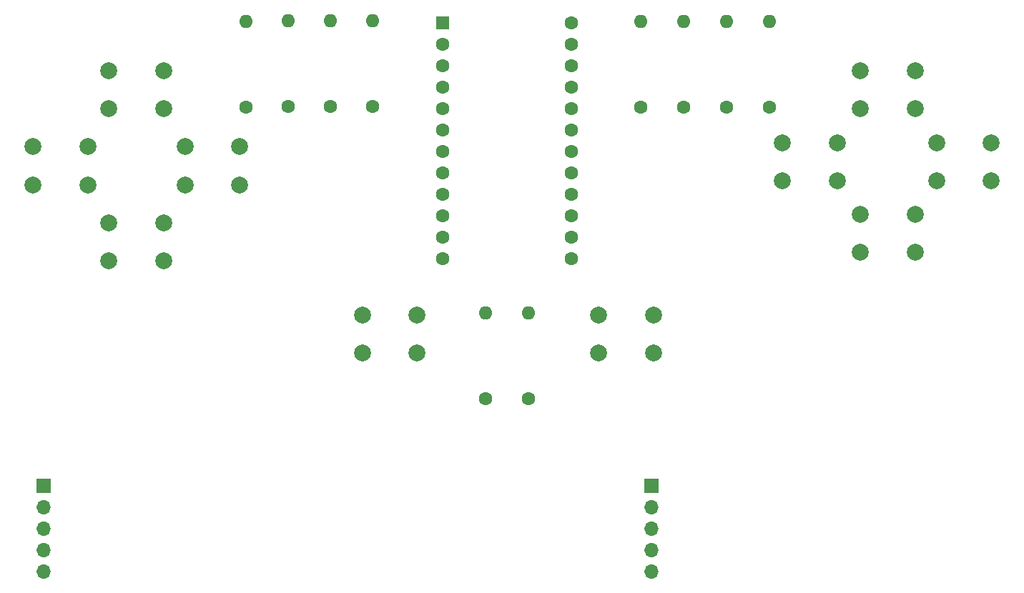
<source format=gbr>
%TF.GenerationSoftware,KiCad,Pcbnew,(7.0.0)*%
%TF.CreationDate,2023-03-22T23:13:35-04:00*%
%TF.ProjectId,controller,636f6e74-726f-46c6-9c65-722e6b696361,rev?*%
%TF.SameCoordinates,Original*%
%TF.FileFunction,Soldermask,Bot*%
%TF.FilePolarity,Negative*%
%FSLAX46Y46*%
G04 Gerber Fmt 4.6, Leading zero omitted, Abs format (unit mm)*
G04 Created by KiCad (PCBNEW (7.0.0)) date 2023-03-22 23:13:35*
%MOMM*%
%LPD*%
G01*
G04 APERTURE LIST*
%ADD10O,1.600000X1.600000*%
%ADD11C,1.600000*%
%ADD12C,2.000000*%
%ADD13R,1.700000X1.700000*%
%ADD14O,1.700000X1.700000*%
%ADD15R,1.600000X1.600000*%
G04 APERTURE END LIST*
D10*
%TO.C,R3*%
X118999999Y-23919999D03*
D11*
X119000000Y-34080000D03*
%TD*%
D10*
%TO.C,R8*%
X170839999Y-23919999D03*
D11*
X170840000Y-34080000D03*
%TD*%
D12*
%TO.C,PAUSE_BUTTON1*%
X160750000Y-58710000D03*
X160750000Y-63210000D03*
X167250000Y-58710000D03*
X167250000Y-63210000D03*
%TD*%
%TO.C,D_PAD_UP1*%
X102750000Y-29750000D03*
X102750000Y-34250000D03*
X109250000Y-29750000D03*
X109250000Y-34250000D03*
%TD*%
D13*
%TO.C,JOYSTICK2*%
X167024999Y-78949999D03*
D14*
X167024999Y-81489999D03*
X167024999Y-84029999D03*
X167024999Y-86569999D03*
X167024999Y-89109999D03*
%TD*%
D15*
%TO.C,U1*%
X142239999Y-24029999D03*
D11*
X142240000Y-26570000D03*
X142240000Y-29110000D03*
X142240000Y-31650000D03*
X142240000Y-34190000D03*
X142240000Y-36730000D03*
X142240000Y-39270000D03*
X142240000Y-41810000D03*
X142240000Y-44350000D03*
X142240000Y-46890000D03*
X142240000Y-49430000D03*
X142240000Y-51970000D03*
X157480000Y-51970000D03*
X157480000Y-49430000D03*
X157480000Y-46890000D03*
X157480000Y-44350000D03*
X157480000Y-41810000D03*
X157480000Y-39270000D03*
X157480000Y-36730000D03*
X157480000Y-34190000D03*
X157480000Y-31650000D03*
X157480000Y-29110000D03*
X157480000Y-26570000D03*
X157480000Y-24030000D03*
%TD*%
D10*
%TO.C,R7*%
X165759999Y-23919999D03*
D11*
X165760000Y-34080000D03*
%TD*%
D13*
%TO.C,JOYSTICK1*%
X94999999Y-78919999D03*
D14*
X94999999Y-81459999D03*
X94999999Y-83999999D03*
X94999999Y-86539999D03*
X94999999Y-89079999D03*
%TD*%
D12*
%TO.C,D_PAD_LEFT1*%
X93750000Y-38750000D03*
X93750000Y-43250000D03*
X100250000Y-38750000D03*
X100250000Y-43250000D03*
%TD*%
D10*
%TO.C,R10*%
X180999999Y-23919999D03*
D11*
X181000000Y-34080000D03*
%TD*%
D12*
%TO.C,Y_BUTTON1*%
X200750000Y-38310000D03*
X200750000Y-42810000D03*
X207250000Y-38310000D03*
X207250000Y-42810000D03*
%TD*%
D11*
%TO.C,R5*%
X147320000Y-68580000D03*
D10*
X147319999Y-58419999D03*
%TD*%
D12*
%TO.C,D_PAD_RIGHT1*%
X118250000Y-43250000D03*
X118250000Y-38750000D03*
X111750000Y-43250000D03*
X111750000Y-38750000D03*
%TD*%
D11*
%TO.C,R6*%
X152400000Y-68580000D03*
D10*
X152399999Y-58419999D03*
%TD*%
D12*
%TO.C,B_BUTTON1*%
X191750000Y-29750000D03*
X191750000Y-34250000D03*
X198250000Y-29750000D03*
X198250000Y-34250000D03*
%TD*%
%TO.C,A_BUTTON1*%
X182500000Y-38310000D03*
X182500000Y-42810000D03*
X189000000Y-38310000D03*
X189000000Y-42810000D03*
%TD*%
D10*
%TO.C,R2*%
X133999999Y-23839999D03*
D11*
X134000000Y-34000000D03*
%TD*%
D10*
%TO.C,R4*%
X128999999Y-23839999D03*
D11*
X129000000Y-34000000D03*
%TD*%
D12*
%TO.C,D_PAD_DOWN1*%
X102750000Y-47750000D03*
X102750000Y-52250000D03*
X109250000Y-47750000D03*
X109250000Y-52250000D03*
%TD*%
D10*
%TO.C,R1*%
X123999999Y-23839999D03*
D11*
X124000000Y-34000000D03*
%TD*%
D10*
%TO.C,R9*%
X175919999Y-23919999D03*
D11*
X175920000Y-34080000D03*
%TD*%
D12*
%TO.C,HOME_BUTTON1*%
X139250000Y-63210000D03*
X139250000Y-58710000D03*
X132750000Y-63210000D03*
X132750000Y-58710000D03*
%TD*%
%TO.C,X_BUTTON1*%
X191750000Y-46750000D03*
X191750000Y-51250000D03*
X198250000Y-46750000D03*
X198250000Y-51250000D03*
%TD*%
M02*

</source>
